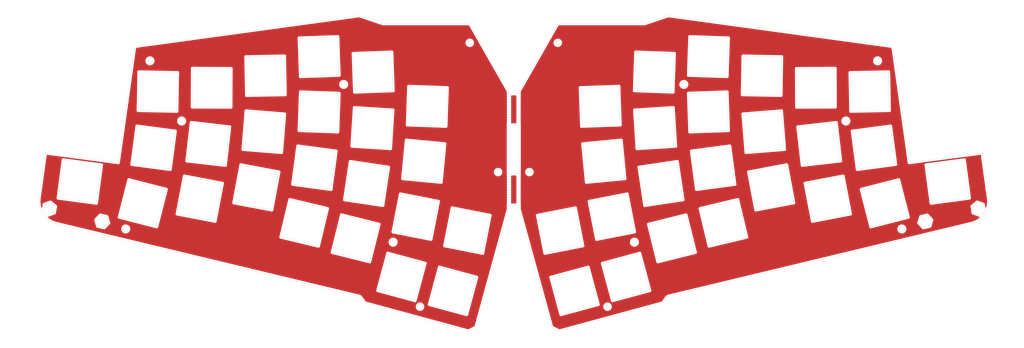
<source format=kicad_pcb>
(kicad_pcb (version 20211014) (generator pcbnew)
  (layers (0 "F.Cu" signal) (31 "B.Cu" signal) (34 "B.Paste" user) (35 "F.Paste" user) (36 "B.SilkS" user "B.Silkscreen") (37 "F.SilkS" user "F.Silkscreen") (38 "B.Mask" user) (39 "F.Mask" user) (44 "Edge.Cuts" user))
  (net 0 "")
  (footprint "e3w2q:mousebite" (layer "F.Cu") (at -2 58.017 -90)
    (fp_text reference "mousebite3" hide)
    (fp_text value "mousebite" hide)
    (pad "" np_thru_hole circle (at 7.5 -0.3 270) (size 0.6 0.6) (drill 0.6) (layers F&B.Cu *.Mask))
    (pad "" np_thru_hole circle (at 3.9 -0.3 270) (size 0.6 0.6) (drill 0.6) (layers F&B.Cu *.Mask))
    (pad "" np_thru_hole circle (at 0.3 -0.3 270) (size 0.6 0.6) (drill 0.6) (layers F&B.Cu *.Mask))
    (pad "" np_thru_hole circle (at 2.1 -0.3 270) (size 0.6 0.6) (drill 0.6) (layers F&B.Cu *.Mask))
    (pad "" np_thru_hole circle (at 4.8 -0.3 270) (size 0.6 0.6) (drill 0.6) (layers F&B.Cu *.Mask))
    (pad "" np_thru_hole circle (at 6.6 -0.3 270) (size 0.6 0.6) (drill 0.6) (layers F&B.Cu *.Mask))
    (pad "" np_thru_hole circle (at 1.2 -0.3 270) (size 0.6 0.6) (drill 0.6) (layers F&B.Cu *.Mask))
    (pad "" np_thru_hole circle (at 10.2 -0.3 270) (size 0.6 0.6) (drill 0.6) (layers F&B.Cu *.Mask))
    (pad "" np_thru_hole circle (at 9.3 -0.3 270) (size 0.6 0.6) (drill 0.6) (layers F&B.Cu *.Mask))
    (pad "" np_thru_hole circle (at 8.4 -0.3 270) (size 0.6 0.6) (drill 0.6) (layers F&B.Cu *.Mask))
    (pad "" np_thru_hole circle (at 3 -0.3 270) (size 0.6 0.6) (drill 0.6) (layers F&B.Cu *.Mask))
    (pad "" np_thru_hole circle (at 5.7 -0.3 270) (size 0.6 0.6) (drill 0.6) (layers F&B.Cu *.Mask))
  )
  (footprint "e3w2q:mousebite" (layer "F.Cu") (at -2 29.482 -90)
    (fp_text reference "mousebite1" hide)
    (fp_text value "mousebite" hide)
    (pad "" np_thru_hole circle (at 10.2 -0.3 270) (size 0.6 0.6) (drill 0.6) (layers F&B.Cu *.Mask))
    (pad "" np_thru_hole circle (at 8.4 -0.3 270) (size 0.6 0.6) (drill 0.6) (layers F&B.Cu *.Mask))
    (pad "" np_thru_hole circle (at 9.3 -0.3 270) (size 0.6 0.6) (drill 0.6) (layers F&B.Cu *.Mask))
    (pad "" np_thru_hole circle (at 6.6 -0.3 270) (size 0.6 0.6) (drill 0.6) (layers F&B.Cu *.Mask))
    (pad "" np_thru_hole circle (at 3.9 -0.3 270) (size 0.6 0.6) (drill 0.6) (layers F&B.Cu *.Mask))
    (pad "" np_thru_hole circle (at 7.5 -0.3 270) (size 0.6 0.6) (drill 0.6) (layers F&B.Cu *.Mask))
    (pad "" np_thru_hole circle (at 3 -0.3 270) (size 0.6 0.6) (drill 0.6) (layers F&B.Cu *.Mask))
    (pad "" np_thru_hole circle (at 5.7 -0.3 270) (size 0.6 0.6) (drill 0.6) (layers F&B.Cu *.Mask))
    (pad "" np_thru_hole circle (at 4.8 -0.3 270) (size 0.6 0.6) (drill 0.6) (layers F&B.Cu *.Mask))
    (pad "" np_thru_hole circle (at 0.3 -0.3 270) (size 0.6 0.6) (drill 0.6) (layers F&B.Cu *.Mask))
    (pad "" np_thru_hole circle (at 2.1 -0.3 270) (size 0.6 0.6) (drill 0.6) (layers F&B.Cu *.Mask))
    (pad "" np_thru_hole circle (at 1.2 -0.3 270) (size 0.6 0.6) (drill 0.6) (layers F&B.Cu *.Mask))
  )
  (footprint "e3w2q:mousebite" (layer "F.Cu") (at 1.4 58.017 -90)
    (fp_text reference "mousebite4" hide)
    (fp_text value "mousebite" hide)
    (pad "" np_thru_hole circle (at 1.2 -0.3 270) (size 0.6 0.6) (drill 0.6) (layers F&B.Cu *.Mask))
    (pad "" np_thru_hole circle (at 3 -0.3 270) (size 0.6 0.6) (drill 0.6) (layers F&B.Cu *.Mask))
    (pad "" np_thru_hole circle (at 2.1 -0.3 270) (size 0.6 0.6) (drill 0.6) (layers F&B.Cu *.Mask))
    (pad "" np_thru_hole circle (at 5.7 -0.3 270) (size 0.6 0.6) (drill 0.6) (layers F&B.Cu *.Mask))
    (pad "" np_thru_hole circle (at 7.5 -0.3 270) (size 0.6 0.6) (drill 0.6) (layers F&B.Cu *.Mask))
    (pad "" np_thru_hole circle (at 0.3 -0.3 270) (size 0.6 0.6) (drill 0.6) (layers F&B.Cu *.Mask))
    (pad "" np_thru_hole circle (at 4.8 -0.3 270) (size 0.6 0.6) (drill 0.6) (layers F&B.Cu *.Mask))
    (pad "" np_thru_hole circle (at 6.6 -0.3 270) (size 0.6 0.6) (drill 0.6) (layers F&B.Cu *.Mask))
    (pad "" np_thru_hole circle (at 3.9 -0.3 270) (size 0.6 0.6) (drill 0.6) (layers F&B.Cu *.Mask))
    (pad "" np_thru_hole circle (at 8.4 -0.3 270) (size 0.6 0.6) (drill 0.6) (layers F&B.Cu *.Mask))
    (pad "" np_thru_hole circle (at 9.3 -0.3 270) (size 0.6 0.6) (drill 0.6) (layers F&B.Cu *.Mask))
    (pad "" np_thru_hole circle (at 10.2 -0.3 270) (size 0.6 0.6) (drill 0.6) (layers F&B.Cu *.Mask))
  )
  (footprint "e3w2q:mousebite" (layer "F.Cu") (at 1.4 29.482 -90)
    (fp_text reference "mousebite2" hide)
    (fp_text value "mousebite" hide)
    (pad "" np_thru_hole circle (at 7.5 -0.3 270) (size 0.6 0.6) (drill 0.6) (layers F&B.Cu *.Mask))
    (pad "" np_thru_hole circle (at 2.1 -0.3 270) (size 0.6 0.6) (drill 0.6) (layers F&B.Cu *.Mask))
    (pad "" np_thru_hole circle (at 0.3 -0.3 270) (size 0.6 0.6) (drill 0.6) (layers F&B.Cu *.Mask))
    (pad "" np_thru_hole circle (at 10.2 -0.3 270) (size 0.6 0.6) (drill 0.6) (layers F&B.Cu *.Mask))
    (pad "" np_thru_hole circle (at 8.4 -0.3 270) (size 0.6 0.6) (drill 0.6) (layers F&B.Cu *.Mask))
    (pad "" np_thru_hole circle (at 6.6 -0.3 270) (size 0.6 0.6) (drill 0.6) (layers F&B.Cu *.Mask))
    (pad "" np_thru_hole circle (at 4.8 -0.3 270) (size 0.6 0.6) (drill 0.6) (layers F&B.Cu *.Mask))
    (pad "" np_thru_hole circle (at 9.3 -0.3 270) (size 0.6 0.6) (drill 0.6) (layers F&B.Cu *.Mask))
    (pad "" np_thru_hole circle (at 3.9 -0.3 270) (size 0.6 0.6) (drill 0.6) (layers F&B.Cu *.Mask))
    (pad "" np_thru_hole circle (at 5.7 -0.3 270) (size 0.6 0.6) (drill 0.6) (layers F&B.Cu *.Mask))
    (pad "" np_thru_hole circle (at 3 -0.3 270) (size 0.6 0.6) (drill 0.6) (layers F&B.Cu *.Mask))
    (pad "" np_thru_hole circle (at 1.2 -0.3 270) (size 0.6 0.6) (drill 0.6) (layers F&B.Cu *.Mask))
  )
  (gr_curve (pts (xy 16.581072 113.50541) (xy 16.581072 113.50541) (xy 52.718272 103.693003) (xy 52.718272 103.693003)) (layer "Edge.Cuts") (width 0.09))
  (gr_line (start 62.216159 22.556742) (end 62.694555 8.704887) (layer "Edge.Cuts") (width 0.09))
  (gr_line (start 137.224967 59.702651) (end 140.670232 73.127976) (layer "Edge.Cuts") (width 0.09))
  (gr_line (start -66.369393 69.995151) (end -79.847928 66.766446) (layer "Edge.Cuts") (width 0.09))
  (gr_line (start -82.744907 50.087128) (end -81.637026 36.271749) (layer "Edge.Cuts") (width 0.09))
  (gr_line (start 26.534646 90.86879) (end 30.148705 104.249071) (layer "Edge.Cuts") (width 0.09))
  (gr_circle (center 129.682394 17.371) (end 130.782394 17.371) (layer "Edge.Cuts") (width 0.09) (fill none))
  (gr_curve (pts (xy -54.829276 1.412597) (xy -54.975886 1.363009) (xy -55.131992 1.34813) (xy -55.285321 1.369124)) (layer "Edge.Cuts") (width 0.09))
  (gr_line (start 11.06109 86.012041) (end 8.386702 72.412808) (layer "Edge.Cuts") (width 0.09))
  (gr_circle (center -60.625543 25.768284) (end -59.525543 25.768284) (layer "Edge.Cuts") (width 0.09) (fill none))
  (gr_line (start 30.148705 104.249071) (end 16.768424 107.86313) (layer "Edge.Cuts") (width 0.09))
  (gr_curve (pts (xy 2.000093 68.716994) (xy 2.000093 68.716994) (xy 2.000093 70.110083) (xy 2.000093 70.110083)) (layer "Edge.Cuts") (width 0.09))
  (gr_curve (pts (xy -2.131394 27.959878) (xy -2.131394 27.959878) (xy -15.40834 4.687397) (xy -15.40834 4.687397)) (layer "Edge.Cuts") (width 0.09))
  (gr_curve (pts (xy -1.999986 70.110083) (xy -1.999986 70.110083) (xy -1.999986 68.716994) (xy -1.999986 68.716994)) (layer "Edge.Cuts") (width 0.09))
  (gr_curve (pts (xy -135.17547 13.039751) (xy -135.17547 13.039751) (xy -140.918875 53.717759) (xy -140.918875 53.717759)) (layer "Edge.Cuts") (width 0.09))
  (gr_curve (pts (xy 46.474252 4.182927) (xy 46.474252 4.182927) (xy 16.277043 4.182927) (xy 16.277043 4.182927)) (layer "Edge.Cuts") (width 0.09))
  (gr_line (start 43.088546 78.372828) (end 29.487311 81.037293) (layer "Edge.Cuts") (width 0.09))
  (gr_line (start 117.430232 58.382753) (end 120.039219 71.994916) (layer "Edge.Cuts") (width 0.09))
  (gr_curve (pts (xy -13.956405 112.478987) (xy -13.702243 112.352143) (xy -13.514011 112.123195) (xy -13.438693 111.84931)) (layer "Edge.Cuts") (width 0.09))
  (gr_line (start 106.427056 74.603903) (end 103.818069 60.991739) (layer "Edge.Cuts") (width 0.09))
  (gr_line (start 29.487311 81.037293) (end 26.822846 67.436057) (layer "Edge.Cuts") (width 0.09))
  (gr_line (start -43.439855 14.202438) (end -57.291364 14.698999) (layer "Edge.Cuts") (width 0.09))
  (gr_curve (pts (xy 55.094312 101.206592) (xy 55.094312 101.206592) (xy 163.072734 75.283303) (xy 163.072734 75.283303)) (layer "Edge.Cuts") (width 0.09))
  (gr_line (start -127.244803 76.573241) (end -123.799538 63.147917) (layer "Edge.Cuts") (width 0.09))
  (gr_line (start -120.603791 42.397922) (end -134.343213 40.571573) (layer "Edge.Cuts") (width 0.09))
  (gr_line (start -149.045483 74.02921) (end -148.365346 76.356742) (layer "Edge.Cuts") (width 0.09))
  (gr_line (start 149.045587 74.02921) (end 148.36545 76.356742) (layer "Edge.Cuts") (width 0.09))
  (gr_line (start 77.015014 47.672274) (end 78.852144 61.409825) (layer "Edge.Cuts") (width 0.09))
  (gr_line (start 38.331913 45.59014) (end 39.643183 59.388249) (layer "Edge.Cuts") (width 0.09))
  (gr_line (start 65.114594 63.246954) (end 63.277464 49.509404) (layer "Edge.Cuts") (width 0.09))
  (gr_line (start 163.294467 69.213499) (end 165.159676 67.663987) (layer "Edge.Cuts") (width 0.09))
  (gr_line (start 123.799642 63.147917) (end 137.224967 59.702651) (layer "Edge.Cuts") (width 0.09))
  (gr_line (start 82.74501 50.087128) (end 81.63713 36.271749) (layer "Edge.Cuts") (width 0.09))
  (gr_line (start 147.369953 72.276429) (end 149.045587 74.02921) (layer "Edge.Cuts") (width 0.09))
  (gr_curve (pts (xy 54.518851 101.591) (xy 54.658808 101.398462) (xy 54.862866 101.262144) (xy 55.094312 101.206592)) (layer "Edge.Cuts") (width 0.09))
  (gr_curve (pts (xy -1.999986 28.455412) (xy -1.999986 28.281629) (xy -2.045289 28.110838) (xy -2.131394 27.959878)) (layer "Edge.Cuts") (width 0.09))
  (gr_line (start 165.978299 72.444135) (end 163.703779 71.603573) (layer "Edge.Cuts") (width 0.09))
  (gr_line (start 37.984058 40.258136) (end 24.132912 40.74714) (layer "Edge.Cuts") (width 0.09))
  (gr_line (start 51.324491 89.04019) (end 47.972543 75.591838) (layer "Edge.Cuts") (width 0.09))
  (gr_line (start 167.843508 70.894624) (end 165.978299 72.444135) (layer "Edge.Cuts") (width 0.09))
  (gr_curve (pts (xy -1.999986 68.716994) (xy -1.999986 68.716994) (xy 2.000093 68.716994) (xy 2.000093 68.716994)) (layer "Edge.Cuts") (width 0.09))
  (gr_line (start -57.291364 14.698999) (end -56.794802 28.550508) (layer "Edge.Cuts") (width 0.09))
  (gr_line (start -62.216056 22.556742) (end -62.694451 8.704887) (layer "Edge.Cuts") (width 0.09))
  (gr_line (start -26.534542 90.86879) (end -30.148601 104.249071) (layer "Edge.Cuts") (width 0.09))
  (gr_line (start -43.908561 48.704759) (end -43.033012 34.872868) (layer "Edge.Cuts") (width 0.09))
  (gr_line (start -44.924204 85.901622) (end -48.538291 99.281874) (layer "Edge.Cuts") (width 0.09))
  (gr_line (start -136.169561 54.310995) (end -122.43014 56.137343) (layer "Edge.Cuts") (width 0.09))
  (gr_line (start 44.924307 85.901622) (end 48.538395 99.281874) (layer "Edge.Cuts") (width 0.09))
  (gr_curve (pts (xy -1.999986 40.164926) (xy -1.999986 40.164926) (xy 2.000093 40.164926) (xy 2.000093 40.164926)) (layer "Edge.Cuts") (width 0.09))
  (gr_line (start -133.656421 21.256911) (end -133.9278 35.113822) (layer "Edge.Cuts") (width 0.09))
  (gr_curve (pts (xy 13.438801 111.84931) (xy 13.514119 112.123195) (xy 13.702351 112.352143) (xy 13.956512 112.478987)) (layer "Edge.Cuts") (width 0.09))
  (gr_curve (pts (xy 134.321043 12.188812) (xy 134.321043 12.188812) (xy 55.285428 1.369124) (xy 55.285428 1.369124)) (layer "Edge.Cuts") (width 0.09))
  (gr_line (start -23.643805 26.895993) (end -37.494951 26.40699) (layer "Edge.Cuts") (width 0.09))
  (gr_line (start 140.670232 73.127976) (end 127.244907 76.573241) (layer "Edge.Cuts") (width 0.09))
  (gr_line (start -96.560286 48.979248) (end -82.744907 50.087128) (layer "Edge.Cuts") (width 0.09))
  (gr_line (start 46.6534 68.961843) (end 44.603087 55.254326) (layer "Edge.Cuts") (width 0.09))
  (gr_curve (pts (xy -140.918875 53.717759) (xy -140.918875 53.717759) (xy -166.903292 50.261682) (xy -166.903292 50.261682)) (layer "Edge.Cuts") (width 0.09))
  (gr_line (start -146.892539 54.426891) (end -160.630803 52.594045) (layer "Edge.Cuts") (width 0.09))
  (gr_curve (pts (xy -15.872395 113.435109) (xy -15.872395 113.435109) (xy -13.956405 112.478987) (xy -13.956405 112.478987)) (layer "Edge.Cuts") (width 0.09))
  (gr_curve (pts (xy -1.999986 29.16493) (xy -1.999986 29.16493) (xy -1.999986 28.455412) (xy -1.999986 28.455412)) (layer "Edge.Cuts") (width 0.09))
  (gr_line (start 83.666888 56.953202) (end 97.287223 54.389017) (layer "Edge.Cuts") (width 0.09))
  (gr_line (start 133.927903 35.113822) (end 120.070992 35.385201) (layer "Edge.Cuts") (width 0.09))
  (gr_line (start 43.033116 34.872868) (end 56.865007 33.997319) (layer "Edge.Cuts") (width 0.09))
  (gr_line (start -165.978196 72.444135) (end -163.703675 71.603573) (layer "Edge.Cuts") (width 0.09))
  (gr_line (start 81.426595 29.47193) (end 81.682457 15.614352) (layer "Edge.Cuts") (width 0.09))
  (gr_line (start 63.277464 49.509404) (end 77.015014 47.672274) (layer "Edge.Cuts") (width 0.09))
  (gr_line (start -21.985831 69.738421) (end -24.660219 83.337653) (layer "Edge.Cuts") (width 0.09))
  (gr_line (start 62.694555 8.704887) (end 76.546409 9.183282) (layer "Edge.Cuts") (width 0.09))
  (gr_line (start -81.637026 36.271749) (end -95.452405 35.163868) (layer "Edge.Cuts") (width 0.09))
  (gr_line (start -137.224863 59.702651) (end -140.670128 73.127976) (layer "Edge.Cuts") (width 0.09))
  (gr_curve (pts (xy 166.9034 50.261682) (xy 166.9034 50.261682) (xy 140.918982 53.717759) (xy 140.918982 53.717759)) (layer "Edge.Cuts") (width 0.09))
  (gr_line (start -38.331809 45.59014) (end -39.64308 59.388249) (layer "Edge.Cuts") (width 0.09))
  (gr_line (start 56.865007 33.997319) (end 57.740556 47.82921) (layer "Edge.Cuts") (width 0.09))
  (gr_line (start 40.424082 64.771593) (end 43.088546 78.372828) (layer "Edge.Cuts") (width 0.09))
  (gr_line (start 69.598201 83.473686) (end 66.369496 69.995151) (layer "Edge.Cuts") (width 0.09))
  (gr_line (start 26.822846 67.436057) (end 40.424082 64.771593) (layer "Edge.Cuts") (width 0.09))
  (gr_line (start 136.169665 54.310995) (end 122.430244 56.137343) (layer "Edge.Cuts") (width 0.09))
  (gr_line (start -37.494951 26.40699) (end -37.983955 40.258136) (layer "Edge.Cuts") (width 0.09))
  (gr_curve (pts (xy -169.130094 66.411622) (xy -169.691925 70.486352) (xy -167.072253 74.323069) (xy -163.072626 75.283303)) (layer "Edge.Cuts") (width 0.09))
  (gr_line (start 165.159676 67.663987) (end 167.434197 68.50455) (layer "Edge.Cuts") (width 0.09))
  (gr_line (start 120.603895 42.397922) (end 134.343317 40.571573) (layer "Edge.Cuts") (width 0.09))
  (gr_line (start 146.892643 54.426891) (end 160.630907 52.594045) (layer "Edge.Cuts") (width 0.09))
  (gr_curve (pts (xy -134.320936 12.188812) (xy -134.764018 12.249468) (xy -135.112941 12.596927) (xy -135.17547 13.039751)) (layer "Edge.Cuts") (width 0.09))
  (gr_line (start 57.291467 14.698999) (end 56.794906 28.550508) (layer "Edge.Cuts") (width 0.09))
  (gr_curve (pts (xy -55.285321 1.369124) (xy -55.285321 1.369124) (xy -134.320936 12.188812) (xy -134.320936 12.188812)) (layer "Edge.Cuts") (width 0.09))
  (gr_line (start -95.539931 15.870214) (end -95.284069 29.727792) (layer "Edge.Cuts") (width 0.09))
  (gr_line (start 48.538395 99.281874) (end 35.158143 102.895962) (layer "Edge.Cuts") (width 0.09))
  (gr_line (start -83.666784 56.953202) (end -97.287119 54.389017) (layer "Edge.Cuts") (width 0.09))
  (gr_line (start -97.287119 54.389017) (end -99.851304 68.009352) (layer "Edge.Cuts") (width 0.09))
  (gr_curve (pts (xy -2.035772 70.375183) (xy -2.012022 70.288819) (xy -1.999986 70.199656) (xy -1.999986 70.110083)) (layer "Edge.Cuts") (width 0.09))
  (gr_curve (pts (xy 16.277043 4.182927) (xy 15.917934 4.182927) (xy 15.586409 4.375465) (xy 15.408448 4.687397)) (layer "Edge.Cuts") (width 0.09))
  (gr_line (start 95.540035 15.870214) (end 95.284172 29.727792) (layer "Edge.Cuts") (width 0.09))
  (gr_line (start 114.645082 33.854372) (end 100.7848 33.92339) (layer "Edge.Cuts") (width 0.09))
  (gr_line (start 127.244907 76.573241) (end 123.799642 63.147917) (layer "Edge.Cuts") (width 0.09))
  (gr_line (start 61.420895 72.23989) (end 64.772843 85.688242) (layer "Edge.Cuts") (width 0.09))
  (gr_curve (pts (xy 2.000093 40.164926) (xy 2.000093 40.164926) (xy 2.000093 57.716998) (xy 2.000093 57.716998)) (layer "Edge.Cuts") (width 0.09))
  (gr_curve (pts (xy 140.918982 53.717759) (xy 140.918982 53.717759) (xy 135.175578 13.039751) (xy 135.175578 13.039751)) (layer "Edge.Cuts") (width 0.09))
  (gr_line (start -83.076633 80.244981) (end -69.598097 83.473686) (layer "Edge.Cuts") (width 0.09))
  (gr_line (start -43.033012 34.872868) (end -56.864903 33.997319) (layer "Edge.Cuts") (width 0.09))
  (gr_line (start -163.294363 69.213499) (end -165.159572 67.663987) (layer "Edge.Cuts") (width 0.09))
  (gr_line (start -114.975699 39.303968) (end -116.555862 53.073754) (layer "Edge.Cuts") (width 0.09))
  (gr_curve (pts (xy -16.276935 4.182927) (xy -16.276935 4.182927) (xy -46.474144 4.182927) (xy -46.474144 4.182927)) (layer "Edge.Cuts") (width 0.09))
  (gr_line (start -40.423978 64.771593) (end -43.088443 78.372828) (layer "Edge.Cuts") (width 0.09))
  (gr_line (start -42.943294 28.053946) (end -43.439855 14.202438) (layer "Edge.Cuts") (width 0.09))
  (gr_line (start -48.538291 99.281874) (end -35.158039 102.895962) (layer "Edge.Cuts") (width 0.09))
  (gr_line (start -106.426952 74.603903) (end -103.817965 60.991739) (layer "Edge.Cuts") (width 0.09))
  (gr_line (start 122.430244 56.137343) (end 120.603895 42.397922) (layer "Edge.Cuts") (width 0.09))
  (gr_line (start 39.643183 59.388249) (end 25.845074 60.69952) (layer "Edge.Cuts") (width 0.09))
  (gr_line (start 95.284172 29.727792) (end 81.426595 29.47193) (layer "Edge.Cuts") (width 0.09))
  (gr_curve (pts (xy -46.474144 4.182927) (xy -46.583095 4.182927) (xy -46.691336 4.16512) (xy -46.794538 4.130196)) (layer "Edge.Cuts") (width 0.09))
  (gr_line (start 95.452509 35.163868) (end 96.56039 48.979248) (layer "Edge.Cuts") (width 0.09))
  (gr_line (start 146.00968 76.931492) (end 144.334047 75.178711) (layer "Edge.Cuts") (width 0.09))
  (gr_line (start 16.768424 107.86313) (end 13.154365 94.482849) (layer "Edge.Cuts") (width 0.09))
  (gr_line (start -120.039115 71.994916) (end -106.426952 74.603903) (layer "Edge.Cuts") (width 0.09))
  (gr_line (start -37.983955 40.258136) (end -24.132808 40.74714) (layer "Edge.Cuts") (width 0.09))
  (gr_line (start -81.426491 29.47193) (end -81.682353 15.614352) (layer "Edge.Cuts") (width 0.09))
  (gr_line (start -114.644978 33.854372) (end -100.784696 33.92339) (layer "Edge.Cuts") (width 0.09))
  (gr_curve (pts (xy 2.131524 27.959878) (xy 2.045396 28.110838) (xy 2.000093 28.281629) (xy 2.000093 28.455412)) (layer "Edge.Cuts") (width 0.09))
  (gr_line (start -81.682353 15.614352) (end -95.539931 15.870214) (layer "Edge.Cuts") (width 0.09))
  (gr_line (start -79.847928 66.766446) (end -83.076633 80.244981) (layer "Edge.Cuts") (width 0.09))
  (gr_line (start -147.369849 72.276429) (end -149.045483 74.02921) (layer "Edge.Cuts") (width 0.09))
  (gr_line (start -140.670128 73.127976) (end -127.244803 76.573241) (layer "Edge.Cuts") (width 0.09))
  (gr_line (start 148.36545 76.356742) (end 146.00968 76.931492) (layer "Edge.Cuts") (width 0.09))
  (gr_line (start -95.452405 35.163868) (end -96.560286 48.979248) (layer "Edge.Cuts") (width 0.09))
  (gr_line (start 79.848031 66.766446) (end 83.076736 80.244981) (layer "Edge.Cuts") (width 0.09))
  (gr_line (start 35.158143 102.895962) (end 31.544055 89.51571) (layer "Edge.Cuts") (width 0.09))
  (gr_line (start -62.70705 42.74361) (end -62.218053 28.892457) (layer "Edge.Cuts") (width 0.09))
  (gr_line (start 24.132912 40.74714) (end 23.643908 26.895993) (layer "Edge.Cuts") (width 0.09))
  (gr_curve (pts (xy 53.265117 103.315894) (xy 53.265117 103.315894) (xy 54.518851 101.591) (xy 54.518851 101.591)) (layer "Edge.Cuts") (width 0.09))
  (gr_line (start -102.786076 54.653918) (end -101.205912 40.884131) (layer "Edge.Cuts") (width 0.09))
  (gr_curve (pts (xy -46.794538 4.130196) (xy -46.794538 4.130196) (xy -54.829276 1.412597) (xy -54.829276 1.412597)) (layer "Edge.Cuts") (width 0.09))
  (gr_circle (center 5.58684 57.018427) (end 6.58684 57.018427) (layer "Edge.Cuts") (width 0.09) (fill none))
  (gr_line (start -148.365346 76.356742) (end -146.009576 76.931492) (layer "Edge.Cuts") (width 0.09))
  (gr_line (start -62.694451 8.704887) (end -76.546306 9.183282) (layer "Edge.Cuts") (width 0.09))
  (gr_curve (pts (xy -16.580965 113.50541) (xy -16.344136 113.569704) (xy -16.091955 113.544684) (xy -15.872395 113.435109)) (layer "Edge.Cuts") (width 0.09))
  (gr_line (start -62.218053 28.892457) (end -76.069205 28.40346) (layer "Edge.Cuts") (width 0.09))
  (gr_line (start 102.78618 54.653918) (end 101.206016 40.884131) (layer "Edge.Cuts") (width 0.09))
  (gr_curve (pts (xy -53.265009 103.315894) (xy -53.131016 103.50025) (xy -52.938091 103.633295) (xy -52.718143 103.693003)) (layer "Edge.Cuts") (width 0.09))
  (gr_line (start -13.154261 94.482849) (end -26.534542 90.86879) (layer "Edge.Cuts") (width 0.09))
  (gr_line (start -100.784696 33.92339) (end -100.715678 20.063107) (layer "Edge.Cuts") (width 0.09))
  (gr_line (start -63.27736 49.509404) (end -77.01491 47.672274) (layer "Edge.Cuts") (width 0.09))
  (gr_line (start -69.598097 83.473686) (end -66.369393 69.995151) (layer "Edge.Cuts") (width 0.09))
  (gr_line (start -160.630803 52.594045) (end -162.463649 66.332309) (layer "Edge.Cuts") (width 0.09))
  (gr_line (start -101.205912 40.884131) (end -114.975699 39.303968) (layer "Edge.Cuts") (width 0.09))
  (gr_line (start -163.703675 71.603573) (end -163.294363 69.213499) (layer "Edge.Cuts") (width 0.09))
  (gr_line (start 8.386702 72.412808) (end 21.985935 69.738421) (layer "Edge.Cuts") (width 0.09))
  (gr_line (start -162.463649 66.332309) (end -148.725385 68.165155) (layer "Edge.Cuts") (width 0.09))
  (gr_line (start 101.206016 40.884131) (end 114.975802 39.303968) (layer "Edge.Cuts") (width 0.09))
  (gr_line (start 56.794906 28.550508) (end 42.943397 28.053946) (layer "Edge.Cuts") (width 0.09))
  (gr_line (start 114.576064 19.99409) (end 114.645082 33.854372) (layer "Edge.Cuts") (width 0.09))
  (gr_curve (pts (xy -52.718143 103.693003) (xy -52.718143 103.693003) (xy -16.580965 113.50541) (xy -16.580965 113.50541)) (layer "Edge.Cuts") (width 0.09))
  (gr_curve (pts (xy 2.000093 70.110083) (xy 2.000093 70.199656) (xy 2.01213 70.288819) (xy 2.035879 70.375183)) (layer "Edge.Cuts") (width 0.09))
  (gr_line (start 133.656525 21.256911) (end 133.927903 35.113822) (layer "Edge.Cuts") (width 0.09))
  (gr_line (start 21.985935 69.738421) (end 24.660322 83.337653) (layer "Edge.Cuts") (width 0.09))
  (gr_curve (pts (xy 52.718272 103.693003) (xy 52.938199 103.633295) (xy 53.131124 103.50025) (xy 53.265117 103.315894)) (layer "Edge.Cuts") (width 0.09))
  (gr_circle (center -129.68229 17.371) (end -128.58229 17.371) (layer "Edge.Cuts") (width 0.09) (fill none))
  (gr_line (start -47.972439 75.591838) (end -61.420792 72.23989) (layer "Edge.Cuts") (width 0.09))
  (gr_curve (pts (xy 163.072734 75.283303) (xy 167.07236 74.323069) (xy 169.692032 70.486352) (xy 169.130202 66.411622)) (layer "Edge.Cuts") (width 0.09))
  (gr_line (start -64.772739 85.688242) (end -51.324387 89.04019) (layer "Edge.Cuts") (width 0.09))
  (gr_curve (pts (xy -13.438693 111.84931) (xy -13.438693 111.84931) (xy -2.035772 70.375183) (xy -2.035772 70.375183)) (layer "Edge.Cuts") (width 0.09))
  (gr_line (start -76.546306 9.183282) (end -76.06791 23.035137) (layer "Edge.Cuts") (width 0.09))
  (gr_line (start -58.310501 53.204013) (end -60.360814 66.911531) (layer "Edge.Cuts") (width 0.09))
  (gr_line (start 134.343317 40.571573) (end 136.169665 54.310995) (layer "Edge.Cuts") (width 0.09))
  (gr_curve (pts (xy -163.072626 75.283303) (xy -163.072626 75.283303) (xy -55.094204 101.206592) (xy -55.094204 101.206592)) (layer "Edge.Cuts") (width 0.09))
  (gr_line (start 31.544055 89.51571) (end 44.924307 85.901622) (layer "Edge.Cuts") (width 0.09))
  (gr_curve (pts (xy 2.035879 70.375183) (xy 2.035879 70.375183) (xy 13.438801 111.84931) (xy 13.438801 111.84931)) (layer "Edge.Cuts") (width 0.09))
  (gr_line (start 60.360917 66.911531) (end 46.6534 68.961843) (layer "Edge.Cuts") (width 0.09))
  (gr_line (start 100.715782 20.063107) (end 114.576064 19.99409) (layer "Edge.Cuts") (width 0.09))
  (gr_curve (pts (xy 13.956512 112.478987) (xy 13.956512 112.478987) (xy 15.872502 113.435109) (xy 15.872502 113.435109)) (layer "Edge.Cuts") (width 0.09))
  (gr_line (start -134.343213 40.571573) (end -136.169561 54.310995) (layer "Edge.Cuts") (width 0.09))
  (gr_line (start -76.558203 42.254612) (end -62.70705 42.74361) (layer "Edge.Cuts") (width 0.09))
  (gr_line (start -86.230969 70.573537) (end -83.666784 56.953202) (layer "Edge.Cuts") (width 0.09))
  (gr_circle (center -15.684 10.941762) (end -14.684 10.941762) (layer "Edge.Cuts") (width 0.09) (fill none))
  (gr_line (start 96.56039 48.979248) (end 82.74501 50.087128) (layer "Edge.Cuts") (width 0.09))
  (gr_circle (center 15.684 10.941762) (end 16.684 10.941762) (layer "Edge.Cuts") (width 0.09) (fill none))
  (gr_line (start -76.06791 23.035137) (end -62.216056 22.556742) (layer "Edge.Cuts") (width 0.09))
  (gr_line (start 43.439959 14.202438) (end 57.291467 14.698999) (layer "Edge.Cuts") (width 0.09))
  (gr_line (start 76.069309 28.40346) (end 76.558306 42.254612) (layer "Edge.Cuts") (width 0.09))
  (gr_line (start 86.231073 70.573537) (end 83.666888 56.953202) (layer "Edge.Cuts") (width 0.09))
  (gr_curve (pts (xy 2.000093 28.455412) (xy 2.000093 28.455412) (xy 2.000093 29.16493) (xy 2.000093 29.16493)) (layer "Edge.Cuts") (width 0.09))
  (gr_line (start -144.333943 75.178711) (end -145.014079 72.851179) (layer "Edge.Cuts") (width 0.09))
  (gr_curve (pts (xy 2.000093 57.716998) (xy 2.000093 57.716998) (xy -1.999986 57.716998) (xy -1.999986 57.716998)) (layer "Edge.Cuts") (width 0.09))
  (gr_line (start 43.908664 48.704759) (end 43.033116 34.872868) (layer "Edge.Cuts") (width 0.09))
  (gr_line (start 145.014183 72.851179) (end 147.369953 72.276429) (layer "Edge.Cuts") (width 0.09))
  (gr_line (start -56.864903 33.997319) (end -57.740452 47.82921) (layer "Edge.Cuts") (width 0.09))
  (gr_line (start 120.070992 35.385201) (end 119.799613 21.52829) (layer "Edge.Cuts") (width 0.09))
  (gr_line (start 64.772843 85.688242) (end 51.324491 89.04019) (layer "Edge.Cuts") (width 0.09))
  (gr_line (start 114.975802 39.303968) (end 116.555966 53.073754) (layer "Edge.Cuts") (width 0.09))
  (gr_line (start 100.7848 33.92339) (end 100.715782 20.063107) (layer "Edge.Cuts") (width 0.09))
  (gr_circle (center 43 82) (end 44.1 82) (layer "Edge.Cuts") (width 0.09) (fill none))
  (gr_line (start -57.740452 47.82921) (end -43.908561 48.704759) (layer "Edge.Cuts") (width 0.09))
  (gr_circle (center -118.380307 38.811769) (end -117.280307 38.811769) (layer "Edge.Cuts") (width 0.09) (fill none))
  (gr_line (start -35.158039 102.895962) (end -31.543951 89.51571) (layer "Edge.Cuts") (width 0.09))
  (gr_line (start -78.85204 61.409825) (end -65.11449 63.246954) (layer "Edge.Cuts") (width 0.09))
  (gr_line (start -123.799538 63.147917) (end -137.224863 59.702651) (layer "Edge.Cuts") (width 0.09))
  (gr_line (start -29.487207 81.037293) (end -26.822743 67.436057) (layer "Edge.Cuts") (width 0.09))
  (gr_line (start -119.79951 21.52829) (end -133.656421 21.256911) (layer "Edge.Cuts") (width 0.09))
  (gr_line (start -39.64308 59.388249) (end -25.84497 60.69952) (layer "Edge.Cuts") (width 0.09))
  (gr_line (start 162.463752 66.332309) (end 148.725489 68.165155) (layer "Edge.Cuts") (width 0.09))
  (gr_line (start 83.076736 80.244981) (end 69.598201 83.473686) (layer "Edge.Cuts") (width 0.09))
  (gr_line (start -31.543951 89.51571) (end -44.924204 85.901622) (layer "Edge.Cuts") (width 0.09))
  (gr_line (start -167.843405 70.894624) (end -165.978196 72.444135) (layer "Edge.Cuts") (width 0.09))
  (gr_line (start -122.43014 56.137343) (end -120.603791 42.397922) (layer "Edge.Cuts") (width 0.09))
  (gr_line (start 167.434197 68.50455) (end 167.843508 70.894624) (layer "Edge.Cuts") (width 0.09))
  (gr_line (start 81.63713 36.271749) (end 95.452509 35.163868) (layer "Edge.Cuts") (width 0.09))
  (gr_line (start 62.707154 42.74361) (end 62.218156 28.892457) (layer "Edge.Cuts") (width 0.09))
  (gr_line (start -30.148601 104.249071) (end -16.76832 107.86313) (layer "Edge.Cuts") (width 0.09))
  (gr_line (start 148.725489 68.165155) (end 146.892643 54.426891) (layer "Edge.Cuts") (width 0.09))
  (gr_curve (pts (xy 169.130202 66.411622) (xy 169.130202 66.411622) (xy 166.9034 50.261682) (xy 166.9034 50.261682)) (layer "Edge.Cuts") (width 0.09))
  (gr_line (start -24.132808 40.74714) (end -23.643805 26.895993) (layer "Edge.Cuts") (width 0.09))
  (gr_curve (pts (xy 135.175578 13.039751) (xy 135.113049 12.596927) (xy 134.764126 12.249468) (xy 134.321043 12.188812)) (layer "Edge.Cuts") (width 0.09))
  (gr_line (start -44.602984 55.254326) (end -58.310501 53.204013) (layer "Edge.Cuts") (width 0.09))
  (gr_line (start -146.009576 76.931492) (end -144.333943 75.178711) (layer "Edge.Cuts") (width 0.09))
  (gr_line (start -60.360814 66.911531) (end -46.653296 68.961843) (layer "Edge.Cuts") (width 0.09))
  (gr_line (start -56.794802 28.550508) (end -42.943294 28.053946) (layer "Edge.Cuts") (width 0.09))
  (gr_line (start -43.088443 78.372828) (end -29.487207 81.037293) (layer "Edge.Cuts") (width 0.09))
  (gr_line (start -61.420792 72.23989) (end -64.772739 85.688242) (layer "Edge.Cuts") (width 0.09))
  (gr_circle (center 60.625647 25.768284) (end 61.725647 25.768284) (layer "Edge.Cuts") (width 0.09) (fill none))
  (gr_line (start 13.154365 94.482849) (end 26.534646 90.86879) (layer "Edge.Cuts") (width 0.09))
  (gr_line (start 42.943397 28.053946) (end 43.439959 14.202438) (layer "Edge.Cuts") (width 0.09))
  (gr_line (start -76.069205 28.40346) (end -76.558203 42.254612) (layer "Edge.Cuts") (width 0.09))
  (gr_line (start 120.039219 71.994916) (end 106.427056 74.603903) (layer "Edge.Cuts") (width 0.09))
  (gr_line (start -103.817965 60.991739) (end -117.430128 58.382753) (layer "Edge.Cuts") (width 0.09))
  (gr_line (start 97.287223 54.389017) (end 99.851408 68.009352) (layer "Edge.Cuts") (width 0.09))
  (gr_line (start -117.430128 58.382753) (end -120.039115 71.994916) (layer "Edge.Cuts") (width 0.09))
  (gr_line (start 99.851408 68.009352) (end 86.231073 70.573537) (layer "Edge.Cuts") (width 0.09))
  (gr_line (start 144.334047 75.178711) (end 145.014183 72.851179) (layer "Edge.Cuts") (width 0.09))
  (gr_line (start 23.643908 26.895993) (end 37.495055 26.40699) (layer "Edge.Cuts") (width 0.09))
  (gr_line (start -114.575961 19.99409) (end -114.644978 33.854372) (layer "Edge.Cuts") (width 0.09))
  (gr_line (start -116.555862 53.073754) (end -102.786076 54.653918) (layer "Edge.Cuts") (width 0.09))
  (gr_curve (pts (xy -15.40834 4.687397) (xy -15.586301 4.375465) (xy -15.917827 4.182927) (xy -16.276935 4.182927)) (layer "Edge.Cuts") (width 0.09))
  (gr_circle (center 118.380411 38.811769) (end 119.480411 38.811769) (layer "Edge.Cuts") (width 0.09) (fill none))
  (gr_line (start 76.068014 23.035137) (end 62.216159 22.556742) (layer "Edge.Cuts") (width 0.09))
  (gr_curve (pts (xy 15.408448 4.687397) (xy 15.408448 4.687397) (xy 2.131524 27.959878) (xy 2.131524 27.959878)) (layer "Edge.Cuts") (width 0.09))
  (gr_line (start 78.852144 61.409825) (end 65.114594 63.246954) (layer "Edge.Cuts") (width 0.09))
  (gr_line (start 163.703779 71.603573) (end 163.294467 69.213499) (layer "Edge.Cuts") (width 0.09))
  (gr_circle (center -43 82) (end -41.9 82) (layer "Edge.Cuts") (width 0.09) (fill none))
  (gr_curve (pts (xy 15.872502 113.435109) (xy 16.092063 113.544684) (xy 16.344244 113.569704) (xy 16.581072 113.50541)) (layer "Edge.Cuts") (width 0.09))
  (gr_line (start -25.84497 60.69952) (end -24.5337 46.901411) (layer "Edge.Cuts") (width 0.09))
  (gr_line (start 44.603087 55.254326) (end 58.310605 53.204013) (layer "Edge.Cuts") (width 0.09))
  (gr_line (start 103.818069 60.991739) (end 117.430232 58.382753) (layer "Edge.Cuts") (width 0.09))
  (gr_circle (center -138.330513 77.292745) (end -137.230513 77.292745) (layer "Edge.Cuts") (width 0.09) (fill none))
  (gr_line (start -26.822743 67.436057) (end -40.423978 64.771593) (layer "Edge.Cuts") (width 0.09))
  (gr_line (start -24.5337 46.901411) (end -38.331809 45.59014) (layer "Edge.Cuts") (width 0.09))
  (gr_curve (pts (xy 55.285428 1.369124) (xy 55.1321 1.34813) (xy 54.975994 1.363009) (xy 54.829405 1.412597)) (layer "Edge.Cuts") (width 0.09))
  (gr_line (start 47.972543 75.591838) (end 61.420895 72.23989) (layer "Edge.Cuts") (width 0.09))
  (gr_line (start -65.11449 63.246954) (end -63.27736 49.509404) (layer "Edge.Cuts") (width 0.09))
  (gr_curve (pts (xy -55.094204 101.206592) (xy -54.862758 101.262144) (xy -54.658701 101.398462) (xy -54.518744 101.591)) (layer "Edge.Cuts") (width 0.09))
  (gr_curve (pts (xy -166.903292 50.261682) (xy -166.903292 50.261682) (xy -169.130094 66.411622) (xy -169.130094 66.411622)) (layer "Edge.Cuts") (width 0.09))
  (gr_circle (center -33.420321 104.992094) (end -32.420321 104.992094) (layer "Edge.Cuts") (width 0.09) (fill none))
  (gr_line (start -133.9278 35.113822) (end -120.070888 35.385201) (layer "Edge.Cuts") (width 0.09))
  (gr_circle (center 138.330617 77.292745) (end 139.430617 77.292745) (layer "Edge.Cuts") (width 0.09) (fill none))
  (gr_circle (center -5.586736 57.018427) (end -4.586736 57.018427) (layer "Edge.Cuts") (width 0.09) (fill none))
  (gr_curve (pts (xy -1.999986 57.716998) (xy -1.999986 57.716998) (xy -1.999986 40.164926) (xy -1.999986 40.164926)) (layer "Edge.Cuts") (width 0.09))
  (gr_line (start -11.060986 86.012041) (end -8.386599 72.412808) (layer "Edge.Cuts") (width 0.09))
  (gr_line (start 116.555966 53.073754) (end 102.78618 54.653918) (layer "Edge.Cuts") (width 0.09))
  (gr_line (start -8.386599 72.412808) (end -21.985831 69.738421) (layer "Edge.Cuts") (width 0.09))
  (gr_line (start -95.284069 29.727792) (end -81.426491 29.47193) (layer "Edge.Cuts") (width 0.09))
  (gr_line (start -24.660219 83.337653) (end -11.060986 86.012041) (layer "Edge.Cuts") (width 0.09))
  (gr_line (start 66.369496 69.995151) (end 79.848031 66.766446) (layer "Edge.Cuts") (width 0.09))
  (gr_line (start 119.799613 21.52829) (end 133.656525 21.256911) (layer "Edge.Cuts") (width 0.09))
  (gr_line (start 24.660322 83.337653) (end 11.06109 86.012041) (layer "Edge.Cuts") (width 0.09))
  (gr_curve (pts (xy 54.829405 1.412597) (xy 54.829405 1.412597) (xy 46.794646 4.130196) (xy 46.794646 4.130196)) (layer "Edge.Cuts") (width 0.09))
  (gr_line (start -77.01491 47.672274) (end -78.85204 61.409825) (layer "Edge.Cuts") (width 0.09))
  (gr_line (start 81.682457 15.614352) (end 95.540035 15.870214) (layer "Edge.Cuts") (width 0.09))
  (gr_line (start 37.495055 26.40699) (end 37.984058 40.258136) (layer "Edge.Cuts") (width 0.09))
  (gr_line (start -51.324387 89.04019) (end -47.972439 75.591838) (layer "Edge.Cuts") (width 0.09))
  (gr_line (start 58.310605 53.204013) (end 60.360917 66.911531) (layer "Edge.Cuts") (width 0.09))
  (gr_line (start -100.715678 20.063107) (end -114.575961 19.99409) (layer "Edge.Cuts") (width 0.09))
  (gr_line (start -99.851304 68.009352) (end -86.230969 70.573537) (layer "Edge.Cuts") (width 0.09))
  (gr_line (start -46.653296 68.961843) (end -44.602984 55.254326) (layer "Edge.Cuts") (width 0.09))
  (gr_line (start -145.014079 72.851179) (end -147.369849 72.276429) (layer "Edge.Cuts") (width 0.09))
  (gr_line (start 25.845074 60.69952) (end 24.533803 46.901411) (layer "Edge.Cuts") (width 0.09))
  (gr_circle (center 33.420425 104.992094) (end 34.420425 104.992094) (layer "Edge.Cuts") (width 0.09) (fill none))
  (gr_line (start -120.070888 35.385201) (end -119.79951 21.52829) (layer "Edge.Cuts") (width 0.09))
  (gr_line (start 24.533803 46.901411) (end 38.331913 45.59014) (layer "Edge.Cuts") (width 0.09))
  (gr_line (start 160.630907 52.594045) (end 162.463752 66.332309) (layer "Edge.Cuts") (width 0.09))
  (gr_line (start 62.218156 28.892457) (end 76.069309 28.40346) (layer "Edge.Cuts") (width 0.09))
  (gr_line (start -148.725385 68.165155) (end -146.892539 54.426891) (layer "Edge.Cuts") (width 0.09))
  (gr_curve (pts (xy 2.000093 29.16493) (xy 2.000093 29.16493) (xy -1.999986 29.16493) (xy -1.999986 29.16493)) (layer "Edge.Cuts") (width 0.09))
  (gr_line (start -167.434093 68.50455) (end -167.843405 70.894624) (layer "Edge.Cuts") (width 0.09))
  (gr_line (start -165.159572 67.663987) (end -167.434093 68.50455) (layer "Edge.Cuts") (width 0.09))
  (gr_line (start 76.558306 42.254612) (end 62.707154 42.74361) (layer "Edge.Cuts") (width 0.09))
  (gr_curve (pts (xy 46.794646 4.130196) (xy 46.691444 4.16512) (xy 46.583203 4.182927) (xy 46.474252 4.182927)) (layer "Edge.Cuts") (width 0.09))
  (gr_line (start 57.740556 47.82921) (end 43.908664 48.704759) (layer "Edge.Cuts") (width 0.09))
  (gr_line (start -16.76832 107.86313) (end -13.154261 94.482849) (layer "Edge.Cuts") (width 0.09))
  (gr_line (start 76.546409 9.183282) (end 76.068014 23.035137) (layer "Edge.Cuts") (width 0.09))
  (gr_curve (pts (xy -54.518744 101.591) (xy -54.518744 101.591) (xy -53.265009 103.315894) (xy -53.265009 103.315894)) (layer "Edge.Cuts") (width 0.09))
  (zone (net 0) (net_name "") (layer "F.Cu") (connect_pads (clearance 0.508)) (min_thickness 0.254) (fill yes (thermal_gap 0.508) (thermal_bridge_width 0.508))
    (polygon (pts (xy 181.864 73.279) (xy 1.651 119.761) (xy -183.134 77.724) (xy -169.545 -1.905) (xy 176.403 -4.318)))
  )
)
</source>
